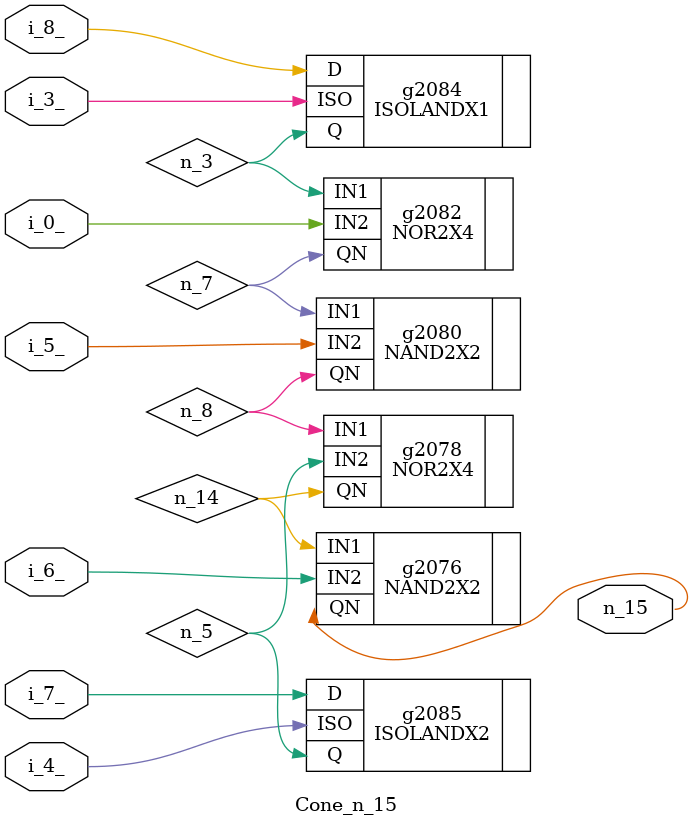
<source format=v>

module Cone_n_15 (n_15, i_3_, i_8_, i_0_, i_5_, i_4_, i_7_, i_6_ );
	input i_3_, i_8_, i_0_, i_5_, i_4_, i_7_, i_6_;
	output n_15;
	wire n_14, n_8, n_7, n_3, n_5;
	NAND2X2 g2076(.IN1 (n_14), .IN2 (i_6_), .QN (n_15));	NOR2X4 g2078(.IN1 (n_8), .IN2 (n_5), .QN (n_14));	NAND2X2 g2080(.IN1 (n_7), .IN2 (i_5_), .QN (n_8));	NOR2X4 g2082(.IN1 (n_3), .IN2 (i_0_), .QN (n_7));	ISOLANDX1 g2084(.ISO (i_3_), .D (i_8_), .Q (n_3));	ISOLANDX2 g2085(.ISO (i_4_), .D (i_7_), .Q (n_5));
endmodule


</source>
